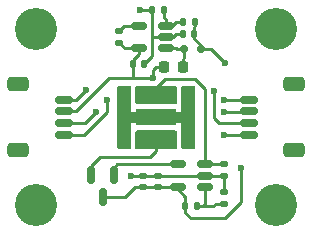
<source format=gtl>
%TF.GenerationSoftware,KiCad,Pcbnew,7.0.10-7.0.10~ubuntu22.04.1*%
%TF.CreationDate,2024-06-21T12:16:53-07:00*%
%TF.ProjectId,255nm_IN_C35PPCTGU0_16mA,3235356e-6d5f-4494-9e5f-433335505043,rev?*%
%TF.SameCoordinates,Original*%
%TF.FileFunction,Copper,L1,Top*%
%TF.FilePolarity,Positive*%
%FSLAX46Y46*%
G04 Gerber Fmt 4.6, Leading zero omitted, Abs format (unit mm)*
G04 Created by KiCad (PCBNEW 7.0.10-7.0.10~ubuntu22.04.1) date 2024-06-21 12:16:53*
%MOMM*%
%LPD*%
G01*
G04 APERTURE LIST*
G04 Aperture macros list*
%AMRoundRect*
0 Rectangle with rounded corners*
0 $1 Rounding radius*
0 $2 $3 $4 $5 $6 $7 $8 $9 X,Y pos of 4 corners*
0 Add a 4 corners polygon primitive as box body*
4,1,4,$2,$3,$4,$5,$6,$7,$8,$9,$2,$3,0*
0 Add four circle primitives for the rounded corners*
1,1,$1+$1,$2,$3*
1,1,$1+$1,$4,$5*
1,1,$1+$1,$6,$7*
1,1,$1+$1,$8,$9*
0 Add four rect primitives between the rounded corners*
20,1,$1+$1,$2,$3,$4,$5,0*
20,1,$1+$1,$4,$5,$6,$7,0*
20,1,$1+$1,$6,$7,$8,$9,0*
20,1,$1+$1,$8,$9,$2,$3,0*%
G04 Aperture macros list end*
%TA.AperFunction,SMDPad,CuDef*%
%ADD10R,3.400000X0.550000*%
%TD*%
%TA.AperFunction,SMDPad,CuDef*%
%ADD11R,3.400000X1.400000*%
%TD*%
%TA.AperFunction,ComponentPad*%
%ADD12C,3.570000*%
%TD*%
%TA.AperFunction,SMDPad,CuDef*%
%ADD13RoundRect,0.150000X-0.625000X0.150000X-0.625000X-0.150000X0.625000X-0.150000X0.625000X0.150000X0*%
%TD*%
%TA.AperFunction,SMDPad,CuDef*%
%ADD14RoundRect,0.250000X-0.650000X0.350000X-0.650000X-0.350000X0.650000X-0.350000X0.650000X0.350000X0*%
%TD*%
%TA.AperFunction,SMDPad,CuDef*%
%ADD15RoundRect,0.150000X0.625000X-0.150000X0.625000X0.150000X-0.625000X0.150000X-0.625000X-0.150000X0*%
%TD*%
%TA.AperFunction,SMDPad,CuDef*%
%ADD16RoundRect,0.250000X0.650000X-0.350000X0.650000X0.350000X-0.650000X0.350000X-0.650000X-0.350000X0*%
%TD*%
%TA.AperFunction,SMDPad,CuDef*%
%ADD17RoundRect,0.135000X-0.185000X0.135000X-0.185000X-0.135000X0.185000X-0.135000X0.185000X0.135000X0*%
%TD*%
%TA.AperFunction,SMDPad,CuDef*%
%ADD18RoundRect,0.135000X0.135000X0.185000X-0.135000X0.185000X-0.135000X-0.185000X0.135000X-0.185000X0*%
%TD*%
%TA.AperFunction,SMDPad,CuDef*%
%ADD19RoundRect,0.135000X0.185000X-0.135000X0.185000X0.135000X-0.185000X0.135000X-0.185000X-0.135000X0*%
%TD*%
%TA.AperFunction,SMDPad,CuDef*%
%ADD20RoundRect,0.150000X0.512500X0.150000X-0.512500X0.150000X-0.512500X-0.150000X0.512500X-0.150000X0*%
%TD*%
%TA.AperFunction,SMDPad,CuDef*%
%ADD21RoundRect,0.140000X0.170000X-0.140000X0.170000X0.140000X-0.170000X0.140000X-0.170000X-0.140000X0*%
%TD*%
%TA.AperFunction,SMDPad,CuDef*%
%ADD22RoundRect,0.218750X-0.218750X-0.256250X0.218750X-0.256250X0.218750X0.256250X-0.218750X0.256250X0*%
%TD*%
%TA.AperFunction,SMDPad,CuDef*%
%ADD23RoundRect,0.135000X-0.135000X-0.185000X0.135000X-0.185000X0.135000X0.185000X-0.135000X0.185000X0*%
%TD*%
%TA.AperFunction,SMDPad,CuDef*%
%ADD24RoundRect,0.140000X0.140000X0.170000X-0.140000X0.170000X-0.140000X-0.170000X0.140000X-0.170000X0*%
%TD*%
%TA.AperFunction,SMDPad,CuDef*%
%ADD25RoundRect,0.140000X-0.140000X-0.170000X0.140000X-0.170000X0.140000X0.170000X-0.140000X0.170000X0*%
%TD*%
%TA.AperFunction,SMDPad,CuDef*%
%ADD26RoundRect,0.150000X-0.150000X0.587500X-0.150000X-0.587500X0.150000X-0.587500X0.150000X0.587500X0*%
%TD*%
%TA.AperFunction,SMDPad,CuDef*%
%ADD27RoundRect,0.150000X-0.150000X-0.200000X0.150000X-0.200000X0.150000X0.200000X-0.150000X0.200000X0*%
%TD*%
%TA.AperFunction,ViaPad*%
%ADD28C,0.600000*%
%TD*%
%TA.AperFunction,Conductor*%
%ADD29C,0.250000*%
%TD*%
G04 APERTURE END LIST*
D10*
%TO.P,D1,1,K*%
%TO.N,Net-(D1-K)*%
X62700000Y-58575000D03*
%TO.P,D1,2,A*%
%TO.N,Net-(D1-A)*%
X62700000Y-61425000D03*
D11*
%TO.P,D1,3,PAD*%
%TO.N,unconnected-(D1-PAD-Pad3)*%
X62700000Y-60000000D03*
%TD*%
D12*
%TO.P,M1,~*%
%TO.N,N/C*%
X52540000Y-52540000D03*
%TD*%
%TO.P,M2,~*%
%TO.N,N/C*%
X72860000Y-52540000D03*
%TD*%
%TO.P,M3,~*%
%TO.N,N/C*%
X72860000Y-67460000D03*
%TD*%
%TO.P,M4,~*%
%TO.N,N/C*%
X52540000Y-67460000D03*
%TD*%
D13*
%TO.P,J1,1,Pin_1*%
%TO.N,GND*%
X54880000Y-58500000D03*
%TO.P,J1,2,Pin_2*%
%TO.N,/VIN*%
X54880000Y-59500000D03*
%TO.P,J1,3,Pin_3*%
%TO.N,/SDA*%
X54880000Y-60500000D03*
%TO.P,J1,4,Pin_4*%
%TO.N,/SCL*%
X54880000Y-61500000D03*
D14*
%TO.P,J1,MP*%
%TO.N,N/C*%
X51005000Y-57200000D03*
X51005000Y-62800000D03*
%TD*%
D15*
%TO.P,J2,1,Pin_1*%
%TO.N,GND*%
X70520000Y-61500000D03*
%TO.P,J2,2,Pin_2*%
%TO.N,/VIN*%
X70520000Y-60500000D03*
%TO.P,J2,3,Pin_3*%
%TO.N,/SDA*%
X70520000Y-59500000D03*
%TO.P,J2,4,Pin_4*%
%TO.N,/SCL*%
X70520000Y-58500000D03*
D16*
%TO.P,J2,MP*%
%TO.N,N/C*%
X74395000Y-62800000D03*
X74395000Y-57200000D03*
%TD*%
D17*
%TO.P,R1,1*%
%TO.N,Net-(D1-K)*%
X68427600Y-63982600D03*
%TO.P,R1,2*%
%TO.N,GND*%
X68427600Y-65002600D03*
%TD*%
D18*
%TO.P,R6,1*%
%TO.N,Net-(U1-FB)*%
X63349600Y-50876200D03*
%TO.P,R6,2*%
%TO.N,GND*%
X62329600Y-50876200D03*
%TD*%
D19*
%TO.P,R4,1*%
%TO.N,/VIN*%
X59563000Y-53674200D03*
%TO.P,R4,2*%
%TO.N,Net-(U1-~{SHDN})*%
X59563000Y-52654200D03*
%TD*%
D20*
%TO.P,U2,1,+*%
%TO.N,/Vset*%
X66795200Y-65881000D03*
%TO.P,U2,2,V-*%
%TO.N,GND*%
X66795200Y-64931000D03*
%TO.P,U2,3,-*%
%TO.N,Net-(D1-K)*%
X66795200Y-63981000D03*
%TO.P,U2,4*%
%TO.N,Net-(Q1-B)*%
X64520200Y-63981000D03*
%TO.P,U2,5,V+*%
%TO.N,/10V*%
X64520200Y-65881000D03*
%TD*%
D21*
%TO.P,C3,1*%
%TO.N,/10V*%
X62845200Y-65936000D03*
%TO.P,C3,2*%
%TO.N,GND*%
X62845200Y-64976000D03*
%TD*%
D19*
%TO.P,R3,1*%
%TO.N,/Vset*%
X68427600Y-67360800D03*
%TO.P,R3,2*%
%TO.N,GND*%
X68427600Y-66340800D03*
%TD*%
D22*
%TO.P,L1,1,1*%
%TO.N,/VIN*%
X63372900Y-55753000D03*
%TO.P,L1,2,2*%
%TO.N,Net-(D2-A)*%
X64947900Y-55753000D03*
%TD*%
D23*
%TO.P,R2,1*%
%TO.N,/10V*%
X65150200Y-67481000D03*
%TO.P,R2,2*%
%TO.N,/Vset*%
X66170200Y-67481000D03*
%TD*%
D24*
%TO.P,C1,1*%
%TO.N,GND*%
X61671200Y-55499000D03*
%TO.P,C1,2*%
%TO.N,/VIN*%
X60711200Y-55499000D03*
%TD*%
D21*
%TO.P,C4,1*%
%TO.N,/10V*%
X61620200Y-65941000D03*
%TO.P,C4,2*%
%TO.N,GND*%
X61620200Y-64981000D03*
%TD*%
D25*
%TO.P,C2,1*%
%TO.N,GND*%
X64970000Y-52964800D03*
%TO.P,C2,2*%
%TO.N,/10V*%
X65930000Y-52964800D03*
%TD*%
D26*
%TO.P,Q1,1,B*%
%TO.N,Net-(Q1-B)*%
X59105800Y-64897000D03*
%TO.P,Q1,2,E*%
%TO.N,Net-(D1-A)*%
X57205800Y-64897000D03*
%TO.P,Q1,3,C*%
%TO.N,/10V*%
X58155800Y-66772000D03*
%TD*%
D27*
%TO.P,D2,1,K*%
%TO.N,/10V*%
X66475000Y-54225000D03*
%TO.P,D2,2,A*%
%TO.N,Net-(D2-A)*%
X65075000Y-54225000D03*
%TD*%
D18*
%TO.P,R5,1*%
%TO.N,/10V*%
X65970200Y-51898000D03*
%TO.P,R5,2*%
%TO.N,Net-(U1-FB)*%
X64950200Y-51898000D03*
%TD*%
D20*
%TO.P,U1,1,SW*%
%TO.N,Net-(D2-A)*%
X63494000Y-54147800D03*
%TO.P,U1,2,GND*%
%TO.N,GND*%
X63494000Y-53197800D03*
%TO.P,U1,3,FB*%
%TO.N,Net-(U1-FB)*%
X63494000Y-52247800D03*
%TO.P,U1,4,~{SHDN}*%
%TO.N,Net-(U1-~{SHDN})*%
X61219000Y-52247800D03*
%TO.P,U1,5,IN*%
%TO.N,/VIN*%
X61219000Y-54147800D03*
%TD*%
D28*
%TO.N,GND*%
X60604400Y-64947800D03*
X56718200Y-57683400D03*
X61341000Y-50876200D03*
X68453000Y-61493400D03*
%TO.N,/VIN*%
X67564000Y-57758204D03*
X62433200Y-56642000D03*
%TO.N,/10V*%
X69900800Y-64312800D03*
X68515500Y-55434500D03*
%TO.N,/SCL*%
X68402200Y-58496200D03*
X58572400Y-58496200D03*
%TO.N,/SDA*%
X57632600Y-59537600D03*
X68472931Y-59517669D03*
%TD*%
D29*
%TO.N,GND*%
X62329600Y-54840600D02*
X61671200Y-55499000D01*
X68427600Y-65002600D02*
X68427600Y-66340800D01*
X60637600Y-64981000D02*
X61620200Y-64981000D01*
X63494000Y-53197800D02*
X64152200Y-53197800D01*
X62845200Y-64976000D02*
X61625200Y-64976000D01*
X68427600Y-65002600D02*
X67949000Y-65002600D01*
X70313400Y-61493400D02*
X70320000Y-61500000D01*
X62845200Y-64976000D02*
X63945200Y-64976000D01*
X67949000Y-65002600D02*
X67877400Y-64931000D01*
X68453000Y-61493400D02*
X70413400Y-61493400D01*
X62329600Y-53187600D02*
X62329600Y-54840600D01*
X62329600Y-50876200D02*
X62329600Y-53187600D01*
X70413400Y-61493400D02*
X70420000Y-61500000D01*
X65000000Y-52975000D02*
X65010200Y-52964800D01*
X70768400Y-61493400D02*
X70775000Y-61500000D01*
X62339800Y-53197800D02*
X62329600Y-53187600D01*
X64385200Y-52964800D02*
X64970000Y-52964800D01*
X70363400Y-61493400D02*
X70370000Y-61500000D01*
X66750200Y-64976000D02*
X66795200Y-64931000D01*
X55901600Y-58500000D02*
X54980000Y-58500000D01*
X67877400Y-64931000D02*
X66795200Y-64931000D01*
X56718200Y-57683400D02*
X55901600Y-58500000D01*
X63945200Y-64976000D02*
X66750200Y-64976000D01*
X61341000Y-50876200D02*
X62329600Y-50876200D01*
X64152200Y-53197800D02*
X64385200Y-52964800D01*
X60604400Y-64947800D02*
X60637600Y-64981000D01*
X61625200Y-64976000D02*
X61620200Y-64981000D01*
X63494000Y-53197800D02*
X62339800Y-53197800D01*
%TO.N,/VIN*%
X60036600Y-54147800D02*
X59563000Y-53674200D01*
X67564000Y-57758204D02*
X67564000Y-60045600D01*
X61219000Y-54605000D02*
X60711200Y-55112800D01*
X62407800Y-56667400D02*
X62433200Y-56642000D01*
X58724800Y-56667400D02*
X60706000Y-56667400D01*
X68018400Y-60500000D02*
X70420000Y-60500000D01*
X60706000Y-56667400D02*
X62407800Y-56667400D01*
X62687200Y-55753000D02*
X63372900Y-55753000D01*
X61219000Y-54147800D02*
X61219000Y-54605000D01*
X61219000Y-54147800D02*
X60036600Y-54147800D01*
X60711200Y-56662200D02*
X60706000Y-56667400D01*
X67564000Y-60045600D02*
X68018400Y-60500000D01*
X62433200Y-56007000D02*
X62433200Y-56642000D01*
X54880000Y-59500000D02*
X55892200Y-59500000D01*
X62687200Y-55753000D02*
X62433200Y-56007000D01*
X60711200Y-55499000D02*
X60711200Y-56662200D01*
X60711200Y-55112800D02*
X60711200Y-55499000D01*
X55892200Y-59500000D02*
X58724800Y-56667400D01*
%TO.N,/10V*%
X69900800Y-67183000D02*
X68554600Y-68529200D01*
X66475000Y-53875000D02*
X66475000Y-54225000D01*
X64520200Y-65881000D02*
X64520200Y-66081000D01*
X62840200Y-65941000D02*
X62845200Y-65936000D01*
X63545200Y-65936000D02*
X64465200Y-65936000D01*
X65608200Y-68554600D02*
X65150200Y-68096600D01*
X58155800Y-66772000D02*
X60050200Y-66772000D01*
X62845200Y-65936000D02*
X63545200Y-65936000D01*
X60881200Y-65941000D02*
X61620200Y-65941000D01*
X65925000Y-52325000D02*
X65930000Y-52330000D01*
X65150200Y-66711000D02*
X65150200Y-67481000D01*
X67306000Y-54225000D02*
X66475000Y-54225000D01*
X65930000Y-52330000D02*
X65930000Y-52964800D01*
X64520200Y-66081000D02*
X65150200Y-66711000D01*
X65930000Y-53330000D02*
X66475000Y-53875000D01*
X65150200Y-68096600D02*
X65150200Y-67481000D01*
X65970200Y-52279800D02*
X65925000Y-52325000D01*
X61620200Y-65941000D02*
X62840200Y-65941000D01*
X65930000Y-52964800D02*
X65930000Y-53330000D01*
X65970200Y-51898000D02*
X65970200Y-52279800D01*
X68515500Y-55434500D02*
X67306000Y-54225000D01*
X65633600Y-68529200D02*
X65608200Y-68554600D01*
X68554600Y-68529200D02*
X65633600Y-68529200D01*
X60050200Y-66772000D02*
X60881200Y-65941000D01*
X69900800Y-64312800D02*
X69900800Y-67183000D01*
X64465200Y-65936000D02*
X64520200Y-65881000D01*
%TO.N,/SCL*%
X70520000Y-58500000D02*
X68406000Y-58500000D01*
X56584600Y-61500000D02*
X54980000Y-61500000D01*
X68406000Y-58500000D02*
X68402200Y-58496200D01*
X58572400Y-58496200D02*
X58572400Y-59512200D01*
X70360000Y-58490000D02*
X70370000Y-58500000D01*
X58572400Y-59512200D02*
X56584600Y-61500000D01*
X70310000Y-58490000D02*
X70320000Y-58500000D01*
%TO.N,/SDA*%
X68472931Y-59517669D02*
X70402331Y-59517669D01*
X68472931Y-59517669D02*
X68490600Y-59500000D01*
X70402331Y-59517669D02*
X70420000Y-59500000D01*
X68472931Y-59517669D02*
X68455262Y-59500000D01*
X70352331Y-59517669D02*
X70370000Y-59500000D01*
X57632600Y-59537600D02*
X56670200Y-60500000D01*
X56670200Y-60500000D02*
X54980000Y-60500000D01*
%TO.N,Net-(D2-A)*%
X64450000Y-54225000D02*
X65075000Y-54225000D01*
X63494000Y-54147800D02*
X64372800Y-54147800D01*
X64947900Y-55753000D02*
X64947900Y-55077100D01*
X64947900Y-55077100D02*
X65075000Y-54950000D01*
X65075000Y-54950000D02*
X65075000Y-54225000D01*
X64372800Y-54147800D02*
X64450000Y-54225000D01*
%TO.N,Net-(D1-K)*%
X62700000Y-57485600D02*
X63416600Y-56769000D01*
X68426000Y-63981000D02*
X68427600Y-63982600D01*
X66795200Y-57600400D02*
X66795200Y-63981000D01*
X63416600Y-56769000D02*
X65963800Y-56769000D01*
X65963800Y-56769000D02*
X66795200Y-57600400D01*
X62700000Y-58575000D02*
X62700000Y-57485600D01*
X66795200Y-63981000D02*
X68426000Y-63981000D01*
%TO.N,Net-(D1-A)*%
X57205800Y-64897000D02*
X57205800Y-64104600D01*
X62700000Y-62852200D02*
X62700000Y-61425000D01*
X57912000Y-63398400D02*
X62153800Y-63398400D01*
X57205800Y-64104600D02*
X57912000Y-63398400D01*
X62153800Y-63398400D02*
X62700000Y-62852200D01*
%TO.N,Net-(Q1-B)*%
X59412200Y-63981000D02*
X64520200Y-63981000D01*
X59105800Y-64287400D02*
X59412200Y-63981000D01*
X59105800Y-64897000D02*
X59105800Y-64287400D01*
%TO.N,/Vset*%
X66795200Y-67346000D02*
X66660200Y-67481000D01*
X67716400Y-67360800D02*
X68427600Y-67360800D01*
X66795200Y-65881000D02*
X66795200Y-67196000D01*
X66522600Y-67481000D02*
X67596200Y-67481000D01*
X66522600Y-67481000D02*
X66170200Y-67481000D01*
X66795200Y-67196000D02*
X66795200Y-67346000D01*
X66660200Y-67481000D02*
X66522600Y-67481000D01*
X67596200Y-67481000D02*
X67716400Y-67360800D01*
%TO.N,Net-(U1-~{SHDN})*%
X59969400Y-52247800D02*
X61219000Y-52247800D01*
X59563000Y-52654200D02*
X59969400Y-52247800D01*
%TO.N,Net-(U1-FB)*%
X64979600Y-51868600D02*
X64950200Y-51898000D01*
X63349600Y-51564000D02*
X63349600Y-50876200D01*
X63494000Y-51708400D02*
X63349600Y-51564000D01*
X64027200Y-52247800D02*
X64377000Y-51898000D01*
X64377000Y-51898000D02*
X64950200Y-51898000D01*
X63494000Y-52247800D02*
X63494000Y-51708400D01*
X63494000Y-52247800D02*
X64027200Y-52247800D01*
%TD*%
%TA.AperFunction,Conductor*%
%TO.N,Net-(D1-A)*%
G36*
X64382839Y-61132085D02*
G01*
X64428594Y-61184889D01*
X64439800Y-61236400D01*
X64439800Y-62563200D01*
X64420115Y-62630239D01*
X64367311Y-62675994D01*
X64315800Y-62687200D01*
X61058600Y-62687200D01*
X60991561Y-62667515D01*
X60945806Y-62614711D01*
X60934600Y-62563200D01*
X60934600Y-61236400D01*
X60954285Y-61169361D01*
X61007089Y-61123606D01*
X61058600Y-61112400D01*
X64315800Y-61112400D01*
X64382839Y-61132085D01*
G37*
%TD.AperFunction*%
%TD*%
%TA.AperFunction,Conductor*%
%TO.N,Net-(D1-K)*%
G36*
X64382839Y-57372885D02*
G01*
X64428594Y-57425689D01*
X64439800Y-57477200D01*
X64439800Y-58727800D01*
X64420115Y-58794839D01*
X64367311Y-58840594D01*
X64315800Y-58851800D01*
X61058600Y-58851800D01*
X60991561Y-58832115D01*
X60945806Y-58779311D01*
X60934600Y-58727800D01*
X60934600Y-57477200D01*
X60954285Y-57410161D01*
X61007089Y-57364406D01*
X61058600Y-57353200D01*
X64315800Y-57353200D01*
X64382839Y-57372885D01*
G37*
%TD.AperFunction*%
%TD*%
%TA.AperFunction,Conductor*%
%TO.N,unconnected-(D1-PAD-Pad3)*%
G36*
X60547439Y-57372885D02*
G01*
X60593194Y-57425689D01*
X60604400Y-57477200D01*
X60604400Y-59512200D01*
X61140800Y-59512200D01*
X61207839Y-59531885D01*
X61253594Y-59584689D01*
X61264800Y-59636200D01*
X61264800Y-60378800D01*
X61245115Y-60445839D01*
X61192311Y-60491594D01*
X61140800Y-60502800D01*
X60604400Y-60502800D01*
X60604400Y-62537800D01*
X60584715Y-62604839D01*
X60531911Y-62650594D01*
X60480400Y-62661800D01*
X59534600Y-62661800D01*
X59467561Y-62642115D01*
X59421806Y-62589311D01*
X59410600Y-62537800D01*
X59410600Y-57477200D01*
X59430285Y-57410161D01*
X59483089Y-57364406D01*
X59534600Y-57353200D01*
X60480400Y-57353200D01*
X60547439Y-57372885D01*
G37*
%TD.AperFunction*%
%TD*%
%TA.AperFunction,Conductor*%
%TO.N,unconnected-(D1-PAD-Pad3)*%
G36*
X65957639Y-57372885D02*
G01*
X66003394Y-57425689D01*
X66014600Y-57477200D01*
X66014600Y-62537800D01*
X65994915Y-62604839D01*
X65942111Y-62650594D01*
X65890600Y-62661800D01*
X64919400Y-62661800D01*
X64852361Y-62642115D01*
X64806606Y-62589311D01*
X64795400Y-62537800D01*
X64795400Y-60502800D01*
X64106600Y-60502800D01*
X64039561Y-60483115D01*
X63993806Y-60430311D01*
X63982600Y-60378800D01*
X63982600Y-59636200D01*
X64002285Y-59569161D01*
X64055089Y-59523406D01*
X64106600Y-59512200D01*
X64770000Y-59512200D01*
X64770000Y-57477200D01*
X64789685Y-57410161D01*
X64842489Y-57364406D01*
X64894000Y-57353200D01*
X65890600Y-57353200D01*
X65957639Y-57372885D01*
G37*
%TD.AperFunction*%
%TD*%
M02*

</source>
